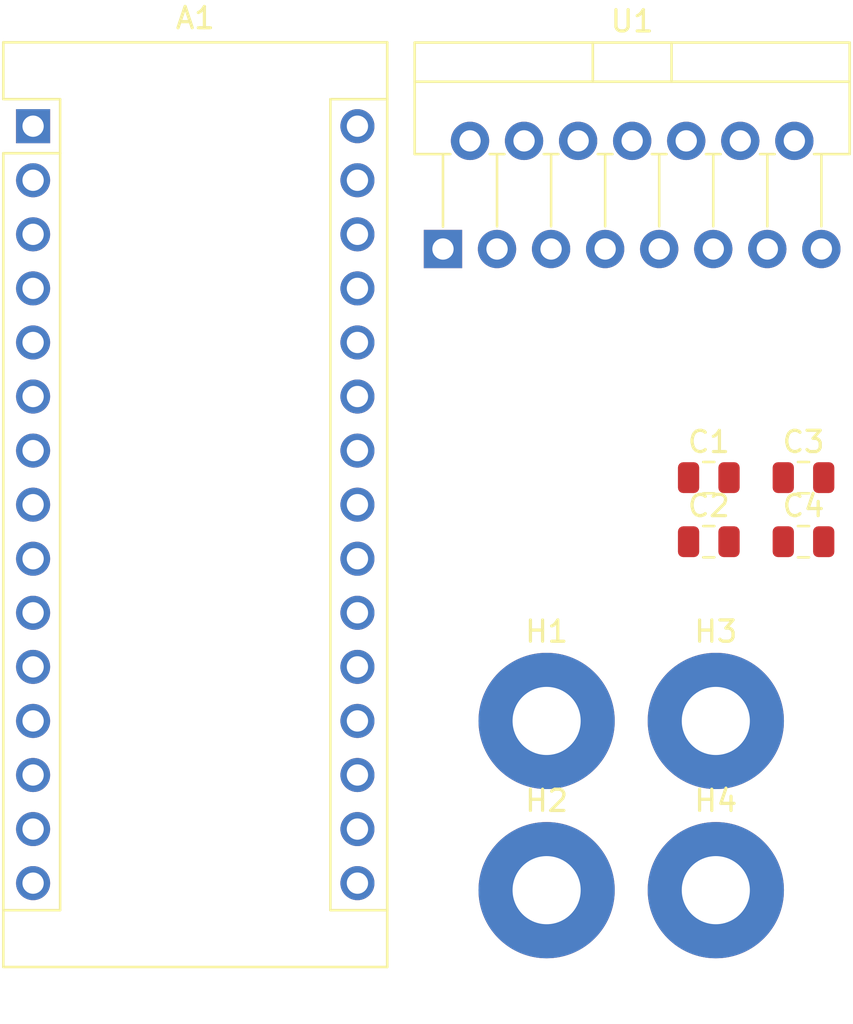
<source format=kicad_pcb>
(kicad_pcb (version 20171130) (host pcbnew 5.1.9+dfsg1-1)

  (general
    (thickness 1.6)
    (drawings 0)
    (tracks 0)
    (zones 0)
    (modules 10)
    (nets 34)
  )

  (page A4)
  (layers
    (0 F.Cu signal)
    (31 B.Cu signal)
    (32 B.Adhes user)
    (33 F.Adhes user)
    (34 B.Paste user)
    (35 F.Paste user)
    (36 B.SilkS user)
    (37 F.SilkS user)
    (38 B.Mask user)
    (39 F.Mask user)
    (40 Dwgs.User user)
    (41 Cmts.User user)
    (42 Eco1.User user)
    (43 Eco2.User user)
    (44 Edge.Cuts user)
    (45 Margin user)
    (46 B.CrtYd user)
    (47 F.CrtYd user)
    (48 B.Fab user)
    (49 F.Fab user)
  )

  (setup
    (last_trace_width 0.25)
    (trace_clearance 0.2)
    (zone_clearance 0.508)
    (zone_45_only no)
    (trace_min 0.2)
    (via_size 0.8)
    (via_drill 0.4)
    (via_min_size 0.4)
    (via_min_drill 0.3)
    (uvia_size 0.3)
    (uvia_drill 0.1)
    (uvias_allowed no)
    (uvia_min_size 0.2)
    (uvia_min_drill 0.1)
    (edge_width 0.05)
    (segment_width 0.2)
    (pcb_text_width 0.3)
    (pcb_text_size 1.5 1.5)
    (mod_edge_width 0.12)
    (mod_text_size 1 1)
    (mod_text_width 0.15)
    (pad_size 3.2 3.2)
    (pad_drill 3.2)
    (pad_to_mask_clearance 0)
    (aux_axis_origin 0 0)
    (visible_elements FFFFFF7F)
    (pcbplotparams
      (layerselection 0x010fc_ffffffff)
      (usegerberextensions false)
      (usegerberattributes true)
      (usegerberadvancedattributes true)
      (creategerberjobfile true)
      (excludeedgelayer true)
      (linewidth 0.100000)
      (plotframeref false)
      (viasonmask false)
      (mode 1)
      (useauxorigin false)
      (hpglpennumber 1)
      (hpglpenspeed 20)
      (hpglpendiameter 15.000000)
      (psnegative false)
      (psa4output false)
      (plotreference true)
      (plotvalue true)
      (plotinvisibletext false)
      (padsonsilk false)
      (subtractmaskfromsilk false)
      (outputformat 1)
      (mirror false)
      (drillshape 1)
      (scaleselection 1)
      (outputdirectory ""))
  )

  (net 0 "")
  (net 1 "Net-(A1-Pad16)")
  (net 2 "Net-(A1-Pad28)")
  (net 3 "Net-(A1-Pad27)")
  (net 4 "Net-(A1-Pad26)")
  (net 5 "Net-(A1-Pad25)")
  (net 6 "Net-(A1-Pad9)")
  (net 7 "Net-(A1-Pad24)")
  (net 8 "Net-(A1-Pad8)")
  (net 9 "Net-(A1-Pad23)")
  (net 10 "Net-(A1-Pad7)")
  (net 11 "Net-(A1-Pad22)")
  (net 12 "Net-(A1-Pad6)")
  (net 13 "Net-(A1-Pad21)")
  (net 14 "Net-(A1-Pad5)")
  (net 15 "Net-(A1-Pad20)")
  (net 16 "Net-(A1-Pad19)")
  (net 17 "Net-(A1-Pad3)")
  (net 18 "Net-(A1-Pad18)")
  (net 19 "Net-(A1-Pad2)")
  (net 20 "Net-(A1-Pad17)")
  (net 21 "Net-(A1-Pad1)")
  (net 22 "Net-(U1-Pad14)")
  (net 23 "Net-(U1-Pad13)")
  (net 24 "Net-(U1-Pad3)")
  (net 25 "Net-(U1-Pad2)")
  (net 26 /EnB)
  (net 27 +5V)
  (net 28 /IN4)
  (net 29 GND)
  (net 30 /IN3)
  (net 31 /EnA)
  (net 32 /IN2)
  (net 33 /IN1)

  (net_class Default "This is the default net class."
    (clearance 0.2)
    (trace_width 0.25)
    (via_dia 0.8)
    (via_drill 0.4)
    (uvia_dia 0.3)
    (uvia_drill 0.1)
    (add_net +5V)
    (add_net /EnA)
    (add_net /EnB)
    (add_net /IN1)
    (add_net /IN2)
    (add_net /IN3)
    (add_net /IN4)
    (add_net GND)
    (add_net "Net-(A1-Pad1)")
    (add_net "Net-(A1-Pad16)")
    (add_net "Net-(A1-Pad17)")
    (add_net "Net-(A1-Pad18)")
    (add_net "Net-(A1-Pad19)")
    (add_net "Net-(A1-Pad2)")
    (add_net "Net-(A1-Pad20)")
    (add_net "Net-(A1-Pad21)")
    (add_net "Net-(A1-Pad22)")
    (add_net "Net-(A1-Pad23)")
    (add_net "Net-(A1-Pad24)")
    (add_net "Net-(A1-Pad25)")
    (add_net "Net-(A1-Pad26)")
    (add_net "Net-(A1-Pad27)")
    (add_net "Net-(A1-Pad28)")
    (add_net "Net-(A1-Pad3)")
    (add_net "Net-(A1-Pad5)")
    (add_net "Net-(A1-Pad6)")
    (add_net "Net-(A1-Pad7)")
    (add_net "Net-(A1-Pad8)")
    (add_net "Net-(A1-Pad9)")
    (add_net "Net-(U1-Pad13)")
    (add_net "Net-(U1-Pad14)")
    (add_net "Net-(U1-Pad2)")
    (add_net "Net-(U1-Pad3)")
  )

  (module MountingHole:MountingHole_3.2mm_M3_Pad (layer F.Cu) (tedit 56D1B4CB) (tstamp 61BA6E4A)
    (at 145.11 104.47)
    (descr "Mounting Hole 3.2mm, M3")
    (tags "mounting hole 3.2mm m3")
    (path /61BA4BBE)
    (attr virtual)
    (fp_text reference H4 (at 0 -4.2) (layer F.SilkS)
      (effects (font (size 1 1) (thickness 0.15)))
    )
    (fp_text value MountingHole (at 0 4.2) (layer F.Fab)
      (effects (font (size 1 1) (thickness 0.15)))
    )
    (fp_circle (center 0 0) (end 3.45 0) (layer F.CrtYd) (width 0.05))
    (fp_circle (center 0 0) (end 3.2 0) (layer Cmts.User) (width 0.15))
    (fp_text user %R (at 0.3 0) (layer F.Fab)
      (effects (font (size 1 1) (thickness 0.15)))
    )
    (pad 1 thru_hole circle (at 0 0) (size 6.4 6.4) (drill 3.2) (layers *.Cu *.Mask))
  )

  (module MountingHole:MountingHole_3.2mm_M3_Pad (layer F.Cu) (tedit 56D1B4CB) (tstamp 61BA6E42)
    (at 145.11 96.52)
    (descr "Mounting Hole 3.2mm, M3")
    (tags "mounting hole 3.2mm m3")
    (path /61BA487A)
    (attr virtual)
    (fp_text reference H3 (at 0 -4.2) (layer F.SilkS)
      (effects (font (size 1 1) (thickness 0.15)))
    )
    (fp_text value MountingHole (at 0 4.2) (layer F.Fab)
      (effects (font (size 1 1) (thickness 0.15)))
    )
    (fp_circle (center 0 0) (end 3.45 0) (layer F.CrtYd) (width 0.05))
    (fp_circle (center 0 0) (end 3.2 0) (layer Cmts.User) (width 0.15))
    (fp_text user %R (at 0.3 0) (layer F.Fab)
      (effects (font (size 1 1) (thickness 0.15)))
    )
    (pad 1 thru_hole circle (at 0 0) (size 6.4 6.4) (drill 3.2) (layers *.Cu *.Mask))
  )

  (module MountingHole:MountingHole_3.2mm_M3_Pad (layer F.Cu) (tedit 56D1B4CB) (tstamp 61BA6E3A)
    (at 137.16 104.47)
    (descr "Mounting Hole 3.2mm, M3")
    (tags "mounting hole 3.2mm m3")
    (path /61BA43AA)
    (attr virtual)
    (fp_text reference H2 (at 0 -4.2) (layer F.SilkS)
      (effects (font (size 1 1) (thickness 0.15)))
    )
    (fp_text value MountingHole (at 0 4.2) (layer F.Fab)
      (effects (font (size 1 1) (thickness 0.15)))
    )
    (fp_circle (center 0 0) (end 3.45 0) (layer F.CrtYd) (width 0.05))
    (fp_circle (center 0 0) (end 3.2 0) (layer Cmts.User) (width 0.15))
    (fp_text user %R (at 0.3 0) (layer F.Fab)
      (effects (font (size 1 1) (thickness 0.15)))
    )
    (pad 1 thru_hole circle (at 0 0) (size 6.4 6.4) (drill 3.2) (layers *.Cu *.Mask))
  )

  (module MountingHole:MountingHole_3.2mm_M3_Pad (layer F.Cu) (tedit 56D1B4CB) (tstamp 61BA6E32)
    (at 137.16 96.52)
    (descr "Mounting Hole 3.2mm, M3")
    (tags "mounting hole 3.2mm m3")
    (path /61BA3EA1)
    (attr virtual)
    (fp_text reference H1 (at 0 -4.2) (layer F.SilkS)
      (effects (font (size 1 1) (thickness 0.15)))
    )
    (fp_text value MountingHole (at 0 4.2) (layer F.Fab)
      (effects (font (size 1 1) (thickness 0.15)))
    )
    (fp_circle (center 0 0) (end 3.45 0) (layer F.CrtYd) (width 0.05))
    (fp_circle (center 0 0) (end 3.2 0) (layer Cmts.User) (width 0.15))
    (fp_text user %R (at 0.3 0) (layer F.Fab)
      (effects (font (size 1 1) (thickness 0.15)))
    )
    (pad 1 thru_hole circle (at 0 0) (size 6.4 6.4) (drill 3.2) (layers *.Cu *.Mask))
  )

  (module Capacitor_SMD:C_0805_2012Metric (layer F.Cu) (tedit 5F68FEEE) (tstamp 61BA8571)
    (at 149.23 88.1)
    (descr "Capacitor SMD 0805 (2012 Metric), square (rectangular) end terminal, IPC_7351 nominal, (Body size source: IPC-SM-782 page 76, https://www.pcb-3d.com/wordpress/wp-content/uploads/ipc-sm-782a_amendment_1_and_2.pdf, https://docs.google.com/spreadsheets/d/1BsfQQcO9C6DZCsRaXUlFlo91Tg2WpOkGARC1WS5S8t0/edit?usp=sharing), generated with kicad-footprint-generator")
    (tags capacitor)
    (path /61BDC5D5)
    (attr smd)
    (fp_text reference C4 (at 0 -1.68) (layer F.SilkS)
      (effects (font (size 1 1) (thickness 0.15)))
    )
    (fp_text value 10u (at 0 1.68) (layer F.Fab)
      (effects (font (size 1 1) (thickness 0.15)))
    )
    (fp_line (start 1.7 0.98) (end -1.7 0.98) (layer F.CrtYd) (width 0.05))
    (fp_line (start 1.7 -0.98) (end 1.7 0.98) (layer F.CrtYd) (width 0.05))
    (fp_line (start -1.7 -0.98) (end 1.7 -0.98) (layer F.CrtYd) (width 0.05))
    (fp_line (start -1.7 0.98) (end -1.7 -0.98) (layer F.CrtYd) (width 0.05))
    (fp_line (start -0.261252 0.735) (end 0.261252 0.735) (layer F.SilkS) (width 0.12))
    (fp_line (start -0.261252 -0.735) (end 0.261252 -0.735) (layer F.SilkS) (width 0.12))
    (fp_line (start 1 0.625) (end -1 0.625) (layer F.Fab) (width 0.1))
    (fp_line (start 1 -0.625) (end 1 0.625) (layer F.Fab) (width 0.1))
    (fp_line (start -1 -0.625) (end 1 -0.625) (layer F.Fab) (width 0.1))
    (fp_line (start -1 0.625) (end -1 -0.625) (layer F.Fab) (width 0.1))
    (fp_text user %R (at 0 0) (layer F.Fab)
      (effects (font (size 0.5 0.5) (thickness 0.08)))
    )
    (pad 2 smd roundrect (at 0.95 0) (size 1 1.45) (layers F.Cu F.Paste F.Mask) (roundrect_rratio 0.25)
      (net 29 GND))
    (pad 1 smd roundrect (at -0.95 0) (size 1 1.45) (layers F.Cu F.Paste F.Mask) (roundrect_rratio 0.25)
      (net 27 +5V))
    (model ${KISYS3DMOD}/Capacitor_SMD.3dshapes/C_0805_2012Metric.wrl
      (at (xyz 0 0 0))
      (scale (xyz 1 1 1))
      (rotate (xyz 0 0 0))
    )
  )

  (module Capacitor_SMD:C_0805_2012Metric (layer F.Cu) (tedit 5F68FEEE) (tstamp 61BA8560)
    (at 149.23 85.09)
    (descr "Capacitor SMD 0805 (2012 Metric), square (rectangular) end terminal, IPC_7351 nominal, (Body size source: IPC-SM-782 page 76, https://www.pcb-3d.com/wordpress/wp-content/uploads/ipc-sm-782a_amendment_1_and_2.pdf, https://docs.google.com/spreadsheets/d/1BsfQQcO9C6DZCsRaXUlFlo91Tg2WpOkGARC1WS5S8t0/edit?usp=sharing), generated with kicad-footprint-generator")
    (tags capacitor)
    (path /61BDBC6B)
    (attr smd)
    (fp_text reference C3 (at 0 -1.68) (layer F.SilkS)
      (effects (font (size 1 1) (thickness 0.15)))
    )
    (fp_text value 10u (at 0 1.68) (layer F.Fab)
      (effects (font (size 1 1) (thickness 0.15)))
    )
    (fp_line (start 1.7 0.98) (end -1.7 0.98) (layer F.CrtYd) (width 0.05))
    (fp_line (start 1.7 -0.98) (end 1.7 0.98) (layer F.CrtYd) (width 0.05))
    (fp_line (start -1.7 -0.98) (end 1.7 -0.98) (layer F.CrtYd) (width 0.05))
    (fp_line (start -1.7 0.98) (end -1.7 -0.98) (layer F.CrtYd) (width 0.05))
    (fp_line (start -0.261252 0.735) (end 0.261252 0.735) (layer F.SilkS) (width 0.12))
    (fp_line (start -0.261252 -0.735) (end 0.261252 -0.735) (layer F.SilkS) (width 0.12))
    (fp_line (start 1 0.625) (end -1 0.625) (layer F.Fab) (width 0.1))
    (fp_line (start 1 -0.625) (end 1 0.625) (layer F.Fab) (width 0.1))
    (fp_line (start -1 -0.625) (end 1 -0.625) (layer F.Fab) (width 0.1))
    (fp_line (start -1 0.625) (end -1 -0.625) (layer F.Fab) (width 0.1))
    (fp_text user %R (at 0 0) (layer F.Fab)
      (effects (font (size 0.5 0.5) (thickness 0.08)))
    )
    (pad 2 smd roundrect (at 0.95 0) (size 1 1.45) (layers F.Cu F.Paste F.Mask) (roundrect_rratio 0.25)
      (net 29 GND))
    (pad 1 smd roundrect (at -0.95 0) (size 1 1.45) (layers F.Cu F.Paste F.Mask) (roundrect_rratio 0.25)
      (net 27 +5V))
    (model ${KISYS3DMOD}/Capacitor_SMD.3dshapes/C_0805_2012Metric.wrl
      (at (xyz 0 0 0))
      (scale (xyz 1 1 1))
      (rotate (xyz 0 0 0))
    )
  )

  (module Capacitor_SMD:C_0805_2012Metric (layer F.Cu) (tedit 5F68FEEE) (tstamp 61BA854F)
    (at 144.78 88.1)
    (descr "Capacitor SMD 0805 (2012 Metric), square (rectangular) end terminal, IPC_7351 nominal, (Body size source: IPC-SM-782 page 76, https://www.pcb-3d.com/wordpress/wp-content/uploads/ipc-sm-782a_amendment_1_and_2.pdf, https://docs.google.com/spreadsheets/d/1BsfQQcO9C6DZCsRaXUlFlo91Tg2WpOkGARC1WS5S8t0/edit?usp=sharing), generated with kicad-footprint-generator")
    (tags capacitor)
    (path /61BD8A0B)
    (attr smd)
    (fp_text reference C2 (at 0 -1.68) (layer F.SilkS)
      (effects (font (size 1 1) (thickness 0.15)))
    )
    (fp_text value 100n (at 0 1.68) (layer F.Fab)
      (effects (font (size 1 1) (thickness 0.15)))
    )
    (fp_line (start 1.7 0.98) (end -1.7 0.98) (layer F.CrtYd) (width 0.05))
    (fp_line (start 1.7 -0.98) (end 1.7 0.98) (layer F.CrtYd) (width 0.05))
    (fp_line (start -1.7 -0.98) (end 1.7 -0.98) (layer F.CrtYd) (width 0.05))
    (fp_line (start -1.7 0.98) (end -1.7 -0.98) (layer F.CrtYd) (width 0.05))
    (fp_line (start -0.261252 0.735) (end 0.261252 0.735) (layer F.SilkS) (width 0.12))
    (fp_line (start -0.261252 -0.735) (end 0.261252 -0.735) (layer F.SilkS) (width 0.12))
    (fp_line (start 1 0.625) (end -1 0.625) (layer F.Fab) (width 0.1))
    (fp_line (start 1 -0.625) (end 1 0.625) (layer F.Fab) (width 0.1))
    (fp_line (start -1 -0.625) (end 1 -0.625) (layer F.Fab) (width 0.1))
    (fp_line (start -1 0.625) (end -1 -0.625) (layer F.Fab) (width 0.1))
    (fp_text user %R (at 0 0) (layer F.Fab)
      (effects (font (size 0.5 0.5) (thickness 0.08)))
    )
    (pad 2 smd roundrect (at 0.95 0) (size 1 1.45) (layers F.Cu F.Paste F.Mask) (roundrect_rratio 0.25)
      (net 29 GND))
    (pad 1 smd roundrect (at -0.95 0) (size 1 1.45) (layers F.Cu F.Paste F.Mask) (roundrect_rratio 0.25)
      (net 27 +5V))
    (model ${KISYS3DMOD}/Capacitor_SMD.3dshapes/C_0805_2012Metric.wrl
      (at (xyz 0 0 0))
      (scale (xyz 1 1 1))
      (rotate (xyz 0 0 0))
    )
  )

  (module Capacitor_SMD:C_0805_2012Metric (layer F.Cu) (tedit 5F68FEEE) (tstamp 61BA853E)
    (at 144.78 85.09)
    (descr "Capacitor SMD 0805 (2012 Metric), square (rectangular) end terminal, IPC_7351 nominal, (Body size source: IPC-SM-782 page 76, https://www.pcb-3d.com/wordpress/wp-content/uploads/ipc-sm-782a_amendment_1_and_2.pdf, https://docs.google.com/spreadsheets/d/1BsfQQcO9C6DZCsRaXUlFlo91Tg2WpOkGARC1WS5S8t0/edit?usp=sharing), generated with kicad-footprint-generator")
    (tags capacitor)
    (path /61BAC5B4)
    (attr smd)
    (fp_text reference C1 (at 0 -1.68) (layer F.SilkS)
      (effects (font (size 1 1) (thickness 0.15)))
    )
    (fp_text value 100n (at 0 1.68) (layer F.Fab)
      (effects (font (size 1 1) (thickness 0.15)))
    )
    (fp_line (start 1.7 0.98) (end -1.7 0.98) (layer F.CrtYd) (width 0.05))
    (fp_line (start 1.7 -0.98) (end 1.7 0.98) (layer F.CrtYd) (width 0.05))
    (fp_line (start -1.7 -0.98) (end 1.7 -0.98) (layer F.CrtYd) (width 0.05))
    (fp_line (start -1.7 0.98) (end -1.7 -0.98) (layer F.CrtYd) (width 0.05))
    (fp_line (start -0.261252 0.735) (end 0.261252 0.735) (layer F.SilkS) (width 0.12))
    (fp_line (start -0.261252 -0.735) (end 0.261252 -0.735) (layer F.SilkS) (width 0.12))
    (fp_line (start 1 0.625) (end -1 0.625) (layer F.Fab) (width 0.1))
    (fp_line (start 1 -0.625) (end 1 0.625) (layer F.Fab) (width 0.1))
    (fp_line (start -1 -0.625) (end 1 -0.625) (layer F.Fab) (width 0.1))
    (fp_line (start -1 0.625) (end -1 -0.625) (layer F.Fab) (width 0.1))
    (fp_text user %R (at 0 0) (layer F.Fab)
      (effects (font (size 0.5 0.5) (thickness 0.08)))
    )
    (pad 2 smd roundrect (at 0.95 0) (size 1 1.45) (layers F.Cu F.Paste F.Mask) (roundrect_rratio 0.25)
      (net 29 GND))
    (pad 1 smd roundrect (at -0.95 0) (size 1 1.45) (layers F.Cu F.Paste F.Mask) (roundrect_rratio 0.25)
      (net 27 +5V))
    (model ${KISYS3DMOD}/Capacitor_SMD.3dshapes/C_0805_2012Metric.wrl
      (at (xyz 0 0 0))
      (scale (xyz 1 1 1))
      (rotate (xyz 0 0 0))
    )
  )

  (module Package_TO_SOT_THT:TO-220-15_P2.54x2.54mm_StaggerOdd_Lead4.58mm_Vertical (layer F.Cu) (tedit 5AF05A31) (tstamp 61BA1F8D)
    (at 132.29 74.35)
    (descr "TO-220-15, Vertical, RM 1.27mm, staggered type-1, see http://www.st.com/resource/en/datasheet/l298.pdf")
    (tags "TO-220-15 Vertical RM 1.27mm staggered type-1")
    (path /61BA1E78)
    (fp_text reference U1 (at 8.89 -10.7) (layer F.SilkS)
      (effects (font (size 1 1) (thickness 0.15)))
    )
    (fp_text value L298HN (at 8.89 2.15) (layer F.Fab)
      (effects (font (size 1 1) (thickness 0.15)))
    )
    (fp_line (start 19.25 -9.83) (end -1.46 -9.83) (layer F.CrtYd) (width 0.05))
    (fp_line (start 19.25 1.16) (end 19.25 -9.83) (layer F.CrtYd) (width 0.05))
    (fp_line (start -1.46 1.16) (end 19.25 1.16) (layer F.CrtYd) (width 0.05))
    (fp_line (start -1.46 -9.83) (end -1.46 1.16) (layer F.CrtYd) (width 0.05))
    (fp_line (start 17.78 -4.459) (end 17.78 -1.065) (layer F.SilkS) (width 0.12))
    (fp_line (start 15.24 -4.459) (end 15.24 -1.065) (layer F.SilkS) (width 0.12))
    (fp_line (start 12.7 -4.459) (end 12.7 -1.065) (layer F.SilkS) (width 0.12))
    (fp_line (start 10.16 -4.459) (end 10.16 -1.065) (layer F.SilkS) (width 0.12))
    (fp_line (start 7.62 -4.459) (end 7.62 -1.065) (layer F.SilkS) (width 0.12))
    (fp_line (start 5.08 -4.459) (end 5.08 -1.065) (layer F.SilkS) (width 0.12))
    (fp_line (start 2.54 -4.459) (end 2.54 -1.065) (layer F.SilkS) (width 0.12))
    (fp_line (start 0 -4.459) (end 0 -1.05) (layer F.SilkS) (width 0.12))
    (fp_line (start 10.74 -9.7) (end 10.74 -7.86) (layer F.SilkS) (width 0.12))
    (fp_line (start 7.041 -9.7) (end 7.041 -7.86) (layer F.SilkS) (width 0.12))
    (fp_line (start -1.33 -7.86) (end 19.11 -7.86) (layer F.SilkS) (width 0.12))
    (fp_line (start 19.11 -9.7) (end 19.11 -4.459) (layer F.SilkS) (width 0.12))
    (fp_line (start -1.33 -9.7) (end -1.33 -4.459) (layer F.SilkS) (width 0.12))
    (fp_line (start 17.435 -4.459) (end 19.11 -4.459) (layer F.SilkS) (width 0.12))
    (fp_line (start 14.895 -4.459) (end 15.586 -4.459) (layer F.SilkS) (width 0.12))
    (fp_line (start 12.355 -4.459) (end 13.046 -4.459) (layer F.SilkS) (width 0.12))
    (fp_line (start 9.815 -4.459) (end 10.506 -4.459) (layer F.SilkS) (width 0.12))
    (fp_line (start 7.275 -4.459) (end 7.966 -4.459) (layer F.SilkS) (width 0.12))
    (fp_line (start 4.735 -4.459) (end 5.426 -4.459) (layer F.SilkS) (width 0.12))
    (fp_line (start 2.195 -4.459) (end 2.886 -4.459) (layer F.SilkS) (width 0.12))
    (fp_line (start -1.33 -4.459) (end 0.346 -4.459) (layer F.SilkS) (width 0.12))
    (fp_line (start -1.33 -9.7) (end 19.11 -9.7) (layer F.SilkS) (width 0.12))
    (fp_line (start 17.78 -4.58) (end 17.78 0) (layer F.Fab) (width 0.1))
    (fp_line (start 15.24 -4.58) (end 15.24 0) (layer F.Fab) (width 0.1))
    (fp_line (start 12.7 -4.58) (end 12.7 0) (layer F.Fab) (width 0.1))
    (fp_line (start 10.16 -4.58) (end 10.16 0) (layer F.Fab) (width 0.1))
    (fp_line (start 7.62 -4.58) (end 7.62 0) (layer F.Fab) (width 0.1))
    (fp_line (start 5.08 -4.58) (end 5.08 0) (layer F.Fab) (width 0.1))
    (fp_line (start 2.54 -4.58) (end 2.54 0) (layer F.Fab) (width 0.1))
    (fp_line (start 0 -4.58) (end 0 0) (layer F.Fab) (width 0.1))
    (fp_line (start 10.74 -9.58) (end 10.74 -7.98) (layer F.Fab) (width 0.1))
    (fp_line (start 7.04 -9.58) (end 7.04 -7.98) (layer F.Fab) (width 0.1))
    (fp_line (start -1.21 -7.98) (end 18.99 -7.98) (layer F.Fab) (width 0.1))
    (fp_line (start 18.99 -9.58) (end -1.21 -9.58) (layer F.Fab) (width 0.1))
    (fp_line (start 18.99 -4.58) (end 18.99 -9.58) (layer F.Fab) (width 0.1))
    (fp_line (start -1.21 -4.58) (end 18.99 -4.58) (layer F.Fab) (width 0.1))
    (fp_line (start -1.21 -9.58) (end -1.21 -4.58) (layer F.Fab) (width 0.1))
    (fp_text user %R (at 8.89 -10.7) (layer F.Fab)
      (effects (font (size 1 1) (thickness 0.15)))
    )
    (pad 15 thru_hole oval (at 17.78 0) (size 1.8 1.8) (drill 1) (layers *.Cu *.Mask)
      (net 29 GND))
    (pad 14 thru_hole oval (at 16.51 -5.08) (size 1.8 1.8) (drill 1) (layers *.Cu *.Mask)
      (net 22 "Net-(U1-Pad14)"))
    (pad 13 thru_hole oval (at 15.24 0) (size 1.8 1.8) (drill 1) (layers *.Cu *.Mask)
      (net 23 "Net-(U1-Pad13)"))
    (pad 12 thru_hole oval (at 13.97 -5.08) (size 1.8 1.8) (drill 1) (layers *.Cu *.Mask)
      (net 28 /IN4))
    (pad 11 thru_hole oval (at 12.7 0) (size 1.8 1.8) (drill 1) (layers *.Cu *.Mask)
      (net 26 /EnB))
    (pad 10 thru_hole oval (at 11.43 -5.08) (size 1.8 1.8) (drill 1) (layers *.Cu *.Mask)
      (net 30 /IN3))
    (pad 9 thru_hole oval (at 10.16 0) (size 1.8 1.8) (drill 1) (layers *.Cu *.Mask)
      (net 27 +5V))
    (pad 8 thru_hole oval (at 8.89 -5.08) (size 1.8 1.8) (drill 1) (layers *.Cu *.Mask)
      (net 29 GND))
    (pad 7 thru_hole oval (at 7.62 0) (size 1.8 1.8) (drill 1) (layers *.Cu *.Mask)
      (net 32 /IN2))
    (pad 6 thru_hole oval (at 6.35 -5.08) (size 1.8 1.8) (drill 1) (layers *.Cu *.Mask)
      (net 31 /EnA))
    (pad 5 thru_hole oval (at 5.08 0) (size 1.8 1.8) (drill 1) (layers *.Cu *.Mask)
      (net 33 /IN1))
    (pad 4 thru_hole oval (at 3.81 -5.08) (size 1.8 1.8) (drill 1) (layers *.Cu *.Mask)
      (net 27 +5V))
    (pad 3 thru_hole oval (at 2.54 0) (size 1.8 1.8) (drill 1) (layers *.Cu *.Mask)
      (net 24 "Net-(U1-Pad3)"))
    (pad 2 thru_hole oval (at 1.27 -5.08) (size 1.8 1.8) (drill 1) (layers *.Cu *.Mask)
      (net 25 "Net-(U1-Pad2)"))
    (pad 1 thru_hole rect (at 0 0) (size 1.8 1.8) (drill 1) (layers *.Cu *.Mask)
      (net 29 GND))
    (model ${KISYS3DMOD}/Package_TO_SOT_THT.3dshapes/TO-220-15_P2.54x2.54mm_StaggerOdd_Lead4.58mm_Vertical.wrl
      (at (xyz 0 0 0))
      (scale (xyz 1 1 1))
      (rotate (xyz 0 0 0))
    )
  )

  (module Module:Arduino_Nano (layer F.Cu) (tedit 58ACAF70) (tstamp 61BA1F50)
    (at 113.03 68.58)
    (descr "Arduino Nano, http://www.mouser.com/pdfdocs/Gravitech_Arduino_Nano3_0.pdf")
    (tags "Arduino Nano")
    (path /61BA2855)
    (fp_text reference A1 (at 7.62 -5.08) (layer F.SilkS)
      (effects (font (size 1 1) (thickness 0.15)))
    )
    (fp_text value Arduino_Nano_v3.x (at 8.89 19.05 90) (layer F.Fab)
      (effects (font (size 1 1) (thickness 0.15)))
    )
    (fp_line (start 16.75 42.16) (end -1.53 42.16) (layer F.CrtYd) (width 0.05))
    (fp_line (start 16.75 42.16) (end 16.75 -4.06) (layer F.CrtYd) (width 0.05))
    (fp_line (start -1.53 -4.06) (end -1.53 42.16) (layer F.CrtYd) (width 0.05))
    (fp_line (start -1.53 -4.06) (end 16.75 -4.06) (layer F.CrtYd) (width 0.05))
    (fp_line (start 16.51 -3.81) (end 16.51 39.37) (layer F.Fab) (width 0.1))
    (fp_line (start 0 -3.81) (end 16.51 -3.81) (layer F.Fab) (width 0.1))
    (fp_line (start -1.27 -2.54) (end 0 -3.81) (layer F.Fab) (width 0.1))
    (fp_line (start -1.27 39.37) (end -1.27 -2.54) (layer F.Fab) (width 0.1))
    (fp_line (start 16.51 39.37) (end -1.27 39.37) (layer F.Fab) (width 0.1))
    (fp_line (start 16.64 -3.94) (end -1.4 -3.94) (layer F.SilkS) (width 0.12))
    (fp_line (start 16.64 39.5) (end 16.64 -3.94) (layer F.SilkS) (width 0.12))
    (fp_line (start -1.4 39.5) (end 16.64 39.5) (layer F.SilkS) (width 0.12))
    (fp_line (start 3.81 41.91) (end 3.81 31.75) (layer F.Fab) (width 0.1))
    (fp_line (start 11.43 41.91) (end 3.81 41.91) (layer F.Fab) (width 0.1))
    (fp_line (start 11.43 31.75) (end 11.43 41.91) (layer F.Fab) (width 0.1))
    (fp_line (start 3.81 31.75) (end 11.43 31.75) (layer F.Fab) (width 0.1))
    (fp_line (start 1.27 36.83) (end -1.4 36.83) (layer F.SilkS) (width 0.12))
    (fp_line (start 1.27 1.27) (end 1.27 36.83) (layer F.SilkS) (width 0.12))
    (fp_line (start 1.27 1.27) (end -1.4 1.27) (layer F.SilkS) (width 0.12))
    (fp_line (start 13.97 36.83) (end 16.64 36.83) (layer F.SilkS) (width 0.12))
    (fp_line (start 13.97 -1.27) (end 13.97 36.83) (layer F.SilkS) (width 0.12))
    (fp_line (start 13.97 -1.27) (end 16.64 -1.27) (layer F.SilkS) (width 0.12))
    (fp_line (start -1.4 -3.94) (end -1.4 -1.27) (layer F.SilkS) (width 0.12))
    (fp_line (start -1.4 1.27) (end -1.4 39.5) (layer F.SilkS) (width 0.12))
    (fp_line (start 1.27 -1.27) (end -1.4 -1.27) (layer F.SilkS) (width 0.12))
    (fp_line (start 1.27 1.27) (end 1.27 -1.27) (layer F.SilkS) (width 0.12))
    (fp_text user %R (at 6.35 19.05 90) (layer F.Fab)
      (effects (font (size 1 1) (thickness 0.15)))
    )
    (pad 16 thru_hole oval (at 15.24 35.56) (size 1.6 1.6) (drill 1) (layers *.Cu *.Mask)
      (net 1 "Net-(A1-Pad16)"))
    (pad 15 thru_hole oval (at 0 35.56) (size 1.6 1.6) (drill 1) (layers *.Cu *.Mask)
      (net 26 /EnB))
    (pad 30 thru_hole oval (at 15.24 0) (size 1.6 1.6) (drill 1) (layers *.Cu *.Mask)
      (net 27 +5V))
    (pad 14 thru_hole oval (at 0 33.02) (size 1.6 1.6) (drill 1) (layers *.Cu *.Mask)
      (net 28 /IN4))
    (pad 29 thru_hole oval (at 15.24 2.54) (size 1.6 1.6) (drill 1) (layers *.Cu *.Mask)
      (net 29 GND))
    (pad 13 thru_hole oval (at 0 30.48) (size 1.6 1.6) (drill 1) (layers *.Cu *.Mask)
      (net 30 /IN3))
    (pad 28 thru_hole oval (at 15.24 5.08) (size 1.6 1.6) (drill 1) (layers *.Cu *.Mask)
      (net 2 "Net-(A1-Pad28)"))
    (pad 12 thru_hole oval (at 0 27.94) (size 1.6 1.6) (drill 1) (layers *.Cu *.Mask)
      (net 31 /EnA))
    (pad 27 thru_hole oval (at 15.24 7.62) (size 1.6 1.6) (drill 1) (layers *.Cu *.Mask)
      (net 3 "Net-(A1-Pad27)"))
    (pad 11 thru_hole oval (at 0 25.4) (size 1.6 1.6) (drill 1) (layers *.Cu *.Mask)
      (net 32 /IN2))
    (pad 26 thru_hole oval (at 15.24 10.16) (size 1.6 1.6) (drill 1) (layers *.Cu *.Mask)
      (net 4 "Net-(A1-Pad26)"))
    (pad 10 thru_hole oval (at 0 22.86) (size 1.6 1.6) (drill 1) (layers *.Cu *.Mask)
      (net 33 /IN1))
    (pad 25 thru_hole oval (at 15.24 12.7) (size 1.6 1.6) (drill 1) (layers *.Cu *.Mask)
      (net 5 "Net-(A1-Pad25)"))
    (pad 9 thru_hole oval (at 0 20.32) (size 1.6 1.6) (drill 1) (layers *.Cu *.Mask)
      (net 6 "Net-(A1-Pad9)"))
    (pad 24 thru_hole oval (at 15.24 15.24) (size 1.6 1.6) (drill 1) (layers *.Cu *.Mask)
      (net 7 "Net-(A1-Pad24)"))
    (pad 8 thru_hole oval (at 0 17.78) (size 1.6 1.6) (drill 1) (layers *.Cu *.Mask)
      (net 8 "Net-(A1-Pad8)"))
    (pad 23 thru_hole oval (at 15.24 17.78) (size 1.6 1.6) (drill 1) (layers *.Cu *.Mask)
      (net 9 "Net-(A1-Pad23)"))
    (pad 7 thru_hole oval (at 0 15.24) (size 1.6 1.6) (drill 1) (layers *.Cu *.Mask)
      (net 10 "Net-(A1-Pad7)"))
    (pad 22 thru_hole oval (at 15.24 20.32) (size 1.6 1.6) (drill 1) (layers *.Cu *.Mask)
      (net 11 "Net-(A1-Pad22)"))
    (pad 6 thru_hole oval (at 0 12.7) (size 1.6 1.6) (drill 1) (layers *.Cu *.Mask)
      (net 12 "Net-(A1-Pad6)"))
    (pad 21 thru_hole oval (at 15.24 22.86) (size 1.6 1.6) (drill 1) (layers *.Cu *.Mask)
      (net 13 "Net-(A1-Pad21)"))
    (pad 5 thru_hole oval (at 0 10.16) (size 1.6 1.6) (drill 1) (layers *.Cu *.Mask)
      (net 14 "Net-(A1-Pad5)"))
    (pad 20 thru_hole oval (at 15.24 25.4) (size 1.6 1.6) (drill 1) (layers *.Cu *.Mask)
      (net 15 "Net-(A1-Pad20)"))
    (pad 4 thru_hole oval (at 0 7.62) (size 1.6 1.6) (drill 1) (layers *.Cu *.Mask)
      (net 29 GND))
    (pad 19 thru_hole oval (at 15.24 27.94) (size 1.6 1.6) (drill 1) (layers *.Cu *.Mask)
      (net 16 "Net-(A1-Pad19)"))
    (pad 3 thru_hole oval (at 0 5.08) (size 1.6 1.6) (drill 1) (layers *.Cu *.Mask)
      (net 17 "Net-(A1-Pad3)"))
    (pad 18 thru_hole oval (at 15.24 30.48) (size 1.6 1.6) (drill 1) (layers *.Cu *.Mask)
      (net 18 "Net-(A1-Pad18)"))
    (pad 2 thru_hole oval (at 0 2.54) (size 1.6 1.6) (drill 1) (layers *.Cu *.Mask)
      (net 19 "Net-(A1-Pad2)"))
    (pad 17 thru_hole oval (at 15.24 33.02) (size 1.6 1.6) (drill 1) (layers *.Cu *.Mask)
      (net 20 "Net-(A1-Pad17)"))
    (pad 1 thru_hole rect (at 0 0) (size 1.6 1.6) (drill 1) (layers *.Cu *.Mask)
      (net 21 "Net-(A1-Pad1)"))
    (model ${KISYS3DMOD}/Module.3dshapes/Arduino_Nano_WithMountingHoles.wrl
      (at (xyz 0 0 0))
      (scale (xyz 1 1 1))
      (rotate (xyz 0 0 0))
    )
  )

)

</source>
